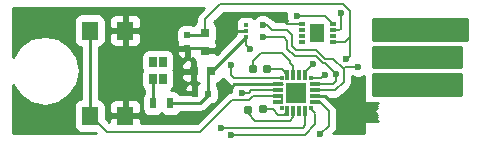
<source format=gtl>
G04 #@! TF.FileFunction,Copper,L1,Top,Signal*
%FSLAX46Y46*%
G04 Gerber Fmt 4.6, Leading zero omitted, Abs format (unit mm)*
G04 Created by KiCad (PCBNEW 4.0.1-stable) date 1/23/2016 7:52:43 PM*
%MOMM*%
G01*
G04 APERTURE LIST*
%ADD10C,0.100000*%
%ADD11R,0.500000X0.600000*%
%ADD12R,0.750000X0.800000*%
%ADD13R,0.600000X0.500000*%
%ADD14R,0.800000X0.750000*%
%ADD15R,0.300000X0.300000*%
%ADD16R,0.900000X0.300000*%
%ADD17R,0.300000X0.900000*%
%ADD18R,1.800000X1.800000*%
%ADD19R,0.500000X0.900000*%
%ADD20R,0.449580X0.299720*%
%ADD21R,0.650000X0.850000*%
%ADD22R,0.550000X0.300000*%
%ADD23R,1.300000X1.500000*%
%ADD24R,1.400000X1.600000*%
%ADD25C,0.780000*%
%ADD26C,0.600000*%
%ADD27C,0.250000*%
%ADD28C,0.200000*%
%ADD29C,0.160000*%
%ADD30C,0.254000*%
G04 APERTURE END LIST*
D10*
D11*
X50900000Y-33250000D03*
X50900000Y-34350000D03*
D12*
X52400000Y-33050000D03*
X52400000Y-34550000D03*
D13*
X52650000Y-38200000D03*
X51550000Y-38200000D03*
D14*
X51450000Y-36300000D03*
X52950000Y-36300000D03*
D15*
X61400000Y-36900000D03*
X61400000Y-39400000D03*
D16*
X61700000Y-38900000D03*
X61700000Y-38400000D03*
X61700000Y-37900000D03*
X61700000Y-37400000D03*
D17*
X60900000Y-36600000D03*
X60400000Y-36600000D03*
X59900000Y-36600000D03*
X59400000Y-36600000D03*
D15*
X58900000Y-36900000D03*
D16*
X58600000Y-37400000D03*
X58600000Y-37900000D03*
X58600000Y-38400000D03*
X58600000Y-38900000D03*
D15*
X58900000Y-39400000D03*
D17*
X59400000Y-39700000D03*
X59900000Y-39700000D03*
X60400000Y-39700000D03*
X60900000Y-39700000D03*
D18*
X60150000Y-38150000D03*
D19*
X49500000Y-39000000D03*
X48000000Y-39000000D03*
D20*
X55898960Y-32399620D03*
X55898960Y-33400380D03*
X57301040Y-32399620D03*
X55898960Y-32900000D03*
X57301040Y-33400380D03*
D21*
X48000000Y-35500000D03*
X48850000Y-35500000D03*
X48850000Y-36950000D03*
X48000000Y-36950000D03*
D22*
X60600000Y-33800000D03*
X60600000Y-33300000D03*
X60600000Y-32800000D03*
X60600000Y-32300000D03*
X63250000Y-33800000D03*
X63250000Y-33300000D03*
X63250000Y-32800000D03*
X63250000Y-32300000D03*
D23*
X61925000Y-33050000D03*
D24*
X42650000Y-40050000D03*
X42650000Y-32850000D03*
X45650000Y-32850000D03*
X45650000Y-40050000D03*
D25*
X56450000Y-36100000D03*
X57700000Y-36100000D03*
X57300000Y-39520000D03*
X56050000Y-39550000D03*
D26*
X67050000Y-32750000D03*
X56250000Y-34450000D03*
X61600000Y-35700000D03*
X63900000Y-31400000D03*
X54600000Y-35800000D03*
X60200000Y-31600000D03*
X55550000Y-38100000D03*
X64450000Y-40300000D03*
X54050000Y-37700000D03*
X64400000Y-35275000D03*
X62550000Y-36575000D03*
X54650000Y-41700000D03*
X48000000Y-35500000D03*
X48850000Y-35500000D03*
X62200000Y-41625000D03*
X63525000Y-36525000D03*
X67050000Y-37400000D03*
X57301040Y-33400380D03*
X67050000Y-35100000D03*
X65400000Y-35900000D03*
X57301040Y-32399620D03*
X48850000Y-36950000D03*
X53750000Y-41075000D03*
D27*
X67100000Y-40500000D02*
X65650000Y-40500000D01*
X66950000Y-40400000D02*
X65750000Y-40400000D01*
X67000000Y-40200000D02*
X65750000Y-40200000D01*
X67000000Y-40000000D02*
X65750000Y-40000000D01*
X66900000Y-39800000D02*
X65800000Y-39800000D01*
X66850000Y-39600000D02*
X65850000Y-39600000D01*
X67000000Y-39400000D02*
X65800000Y-39400000D01*
X66950000Y-39200000D02*
X65850000Y-39200000D01*
X67050000Y-39000000D02*
X65850000Y-39000000D01*
X52650000Y-38200000D02*
X52650000Y-38350000D01*
X52650000Y-38350000D02*
X52000000Y-39000000D01*
X52000000Y-39000000D02*
X49500000Y-39000000D01*
D28*
X55898960Y-34098960D02*
X55898960Y-33400380D01*
X56250000Y-34450000D02*
X55898960Y-34098960D01*
X60900000Y-36900000D02*
X60900000Y-36400000D01*
X60900000Y-36400000D02*
X61600000Y-35700000D01*
D27*
X52950000Y-36300000D02*
X53000000Y-36300000D01*
X53000000Y-36300000D02*
X55898960Y-33401040D01*
X55898960Y-33401040D02*
X55898960Y-33400380D01*
X55898580Y-33400000D02*
X55898960Y-33400380D01*
X52950000Y-36300000D02*
X52950000Y-36050000D01*
X52650000Y-38200000D02*
X52650000Y-36600000D01*
X52650000Y-36600000D02*
X52950000Y-36300000D01*
D28*
X54600000Y-36600000D02*
X54900000Y-36900000D01*
X63900000Y-31400000D02*
X63900000Y-32700000D01*
X63250000Y-32800000D02*
X63800000Y-32800000D01*
X63900000Y-32700000D02*
X63800000Y-32800000D01*
X54600000Y-36600000D02*
X54600000Y-35800000D01*
X57325000Y-36900000D02*
X58900000Y-36900000D01*
X54900000Y-36900000D02*
X57325000Y-36900000D01*
X55550000Y-38100000D02*
X56125000Y-38100000D01*
X60900000Y-31600000D02*
X60200000Y-31600000D01*
X56325000Y-37900000D02*
X58900000Y-37900000D01*
X56125000Y-38100000D02*
X56325000Y-37900000D01*
X60850000Y-31600000D02*
X60900000Y-31600000D01*
X60900000Y-31600000D02*
X62550000Y-31600000D01*
X62550000Y-31600000D02*
X63250000Y-32300000D01*
X60600000Y-32300000D02*
X59400000Y-32300000D01*
X59400000Y-32300000D02*
X59100000Y-32000000D01*
D27*
X55898960Y-32900000D02*
X54850000Y-32900000D01*
X54050000Y-37700000D02*
X54600000Y-37700000D01*
X62550000Y-38400000D02*
X64450000Y-40300000D01*
X61400000Y-38400000D02*
X62550000Y-38400000D01*
X54900000Y-37400000D02*
X58900000Y-37400000D01*
X54600000Y-37700000D02*
X54900000Y-37400000D01*
X50900000Y-34350000D02*
X52200000Y-34350000D01*
X52200000Y-34350000D02*
X52400000Y-34550000D01*
D28*
X52400000Y-34550000D02*
X52650000Y-34550000D01*
D27*
X52400000Y-34550000D02*
X52400000Y-34400000D01*
X51550000Y-36400000D02*
X51450000Y-36300000D01*
X52200000Y-34350000D02*
X52400000Y-34550000D01*
D28*
X61400000Y-36900000D02*
X62225000Y-36900000D01*
X64700000Y-34975000D02*
X64700000Y-33375000D01*
X64400000Y-35275000D02*
X64700000Y-34975000D01*
X62225000Y-36900000D02*
X62550000Y-36575000D01*
X64500000Y-33600000D02*
X64700000Y-33400000D01*
X64500000Y-33600000D02*
X64300000Y-33800000D01*
X63250000Y-33800000D02*
X64300000Y-33800000D01*
X52400000Y-31900000D02*
X52400000Y-33050000D01*
X53700000Y-30600000D02*
X61900000Y-30600000D01*
X52400000Y-31900000D02*
X53700000Y-30600000D01*
X61900000Y-30600000D02*
X64000000Y-30600000D01*
X64100000Y-30600000D02*
X64000000Y-30600000D01*
X64700000Y-31200000D02*
X64100000Y-30600000D01*
X64700000Y-33400000D02*
X64700000Y-33300000D01*
X64700000Y-33300000D02*
X64700000Y-31200000D01*
D27*
X50900000Y-33250000D02*
X52200000Y-33250000D01*
X52200000Y-33250000D02*
X52400000Y-33050000D01*
D29*
X61750000Y-39950000D02*
X61750000Y-40800000D01*
X61750000Y-40800000D02*
X60850000Y-41700000D01*
X60850000Y-41700000D02*
X54650000Y-41700000D01*
X61400000Y-39400000D02*
X61400000Y-39525000D01*
X61400000Y-39525000D02*
X61750000Y-39875000D01*
X62900000Y-39700000D02*
X62900000Y-40925000D01*
X62900000Y-40925000D02*
X62200000Y-41625000D01*
X61400000Y-38900000D02*
X62175000Y-38900000D01*
X62175000Y-38900000D02*
X62900000Y-39625000D01*
X62400000Y-35600000D02*
X62600000Y-35600000D01*
X61800000Y-35000000D02*
X62400000Y-35600000D01*
X57301040Y-33400380D02*
X59100380Y-33400380D01*
X60000000Y-35000000D02*
X61800000Y-35000000D01*
X59400000Y-34400000D02*
X60000000Y-35000000D01*
X59400000Y-33700000D02*
X59400000Y-34400000D01*
X59100380Y-33400380D02*
X59400000Y-33700000D01*
X62600000Y-35600000D02*
X63525000Y-36525000D01*
X61400000Y-37400000D02*
X63275000Y-37400000D01*
X63525000Y-36525000D02*
X63525000Y-37150000D01*
X63525000Y-37150000D02*
X63275000Y-37400000D01*
X64150000Y-36100000D02*
X64150000Y-36050000D01*
X64300000Y-35900000D02*
X65400000Y-35900000D01*
X64150000Y-36050000D02*
X64300000Y-35900000D01*
X63425000Y-37900000D02*
X64150000Y-37175000D01*
X64150000Y-36075000D02*
X64150000Y-36100000D01*
X64150000Y-36100000D02*
X64150000Y-37175000D01*
X63425000Y-37900000D02*
X61400000Y-37900000D01*
X62575000Y-35225000D02*
X63300000Y-35225000D01*
X57301040Y-32399620D02*
X57699620Y-32399620D01*
X60100000Y-34500000D02*
X61850000Y-34500000D01*
X59800000Y-34200000D02*
X60100000Y-34500000D01*
X59800000Y-33200000D02*
X59800000Y-34200000D01*
X59400000Y-32800000D02*
X59800000Y-33200000D01*
X58100000Y-32800000D02*
X59400000Y-32800000D01*
X57699620Y-32399620D02*
X58100000Y-32800000D01*
X61850000Y-34500000D02*
X62575000Y-35225000D01*
X63300000Y-35225000D02*
X64150000Y-36075000D01*
D27*
X42650000Y-32850000D02*
X42650000Y-40050000D01*
D29*
X44100000Y-41400000D02*
X52000000Y-41400000D01*
X42750000Y-40050000D02*
X44100000Y-41400000D01*
X56475000Y-38400000D02*
X58900000Y-38400000D01*
X56150000Y-38725000D02*
X56475000Y-38400000D01*
X54675000Y-38725000D02*
X56150000Y-38725000D01*
X52000000Y-41400000D02*
X54675000Y-38725000D01*
X58900000Y-38400000D02*
X58900000Y-38900000D01*
X42650000Y-40050000D02*
X42750000Y-40050000D01*
D27*
X48000000Y-39000000D02*
X48000000Y-36950000D01*
D29*
X56460000Y-36075000D02*
X56450000Y-35400000D01*
X59900000Y-35875000D02*
X59900000Y-36900000D01*
X59625000Y-35600000D02*
X59900000Y-35875000D01*
X59625000Y-35400000D02*
X59625000Y-35600000D01*
X58950000Y-34725000D02*
X59625000Y-35400000D01*
X57125000Y-34725000D02*
X58950000Y-34725000D01*
X56450000Y-35400000D02*
X57125000Y-34725000D01*
X57700000Y-36100000D02*
X58900000Y-36100000D01*
X58900000Y-36100000D02*
X59400000Y-36600000D01*
X59400000Y-36900000D02*
X59400000Y-36525000D01*
X59400000Y-36400000D02*
X59400000Y-36900000D01*
X60900000Y-40875000D02*
X60700000Y-41075000D01*
X60700000Y-41075000D02*
X53750000Y-41075000D01*
X60900000Y-40875000D02*
X60900000Y-39475000D01*
X57930000Y-39520000D02*
X58150000Y-39520000D01*
X57300000Y-39520000D02*
X57930000Y-39520000D01*
X59080000Y-39960000D02*
X59400000Y-39640000D01*
X58590000Y-39960000D02*
X59080000Y-39960000D01*
X58150000Y-39520000D02*
X58590000Y-39960000D01*
X59400000Y-39640000D02*
X59400000Y-39400000D01*
X59400000Y-39700000D02*
X59400000Y-39400000D01*
X56050000Y-39550000D02*
X56050000Y-39875000D01*
X56050000Y-39875000D02*
X56675000Y-40500000D01*
X56675000Y-40500000D02*
X59600000Y-40500000D01*
X59900000Y-39400000D02*
X59900000Y-40200000D01*
X59600000Y-40500000D02*
X59900000Y-40200000D01*
D30*
G36*
X74623000Y-33623000D02*
X66677000Y-33623000D01*
X66677000Y-31877000D01*
X74623000Y-31877000D01*
X74623000Y-33623000D01*
X74623000Y-33623000D01*
G37*
X74623000Y-33623000D02*
X66677000Y-33623000D01*
X66677000Y-31877000D01*
X74623000Y-31877000D01*
X74623000Y-33623000D01*
G36*
X74123000Y-35973000D02*
X66677000Y-35973000D01*
X66677000Y-34227000D01*
X74123000Y-34227000D01*
X74123000Y-35973000D01*
X74123000Y-35973000D01*
G37*
X74123000Y-35973000D02*
X66677000Y-35973000D01*
X66677000Y-34227000D01*
X74123000Y-34227000D01*
X74123000Y-35973000D01*
G36*
X74123000Y-38273000D02*
X66677000Y-38273000D01*
X66677000Y-36527000D01*
X74123000Y-36527000D01*
X74123000Y-38273000D01*
X74123000Y-38273000D01*
G37*
X74123000Y-38273000D02*
X66677000Y-38273000D01*
X66677000Y-36527000D01*
X74123000Y-36527000D01*
X74123000Y-38273000D01*
G36*
X64869673Y-36692192D02*
X65213201Y-36834838D01*
X65585167Y-36835162D01*
X65873000Y-36716232D01*
X65873000Y-41540000D01*
X63296163Y-41540000D01*
X63405581Y-41430582D01*
X63560574Y-41198619D01*
X63566332Y-41169673D01*
X63615000Y-40925000D01*
X63615000Y-39700000D01*
X63607541Y-39662500D01*
X63615000Y-39625000D01*
X63560574Y-39351382D01*
X63405581Y-39119419D01*
X62901162Y-38615000D01*
X63425000Y-38615000D01*
X63698619Y-38560574D01*
X63930581Y-38405581D01*
X64655581Y-37680581D01*
X64660233Y-37673619D01*
X64810574Y-37448619D01*
X64865000Y-37175000D01*
X64865000Y-36687511D01*
X64869673Y-36692192D01*
X64869673Y-36692192D01*
G37*
X64869673Y-36692192D02*
X65213201Y-36834838D01*
X65585167Y-36835162D01*
X65873000Y-36716232D01*
X65873000Y-41540000D01*
X63296163Y-41540000D01*
X63405581Y-41430582D01*
X63560574Y-41198619D01*
X63566332Y-41169673D01*
X63615000Y-40925000D01*
X63615000Y-39700000D01*
X63607541Y-39662500D01*
X63615000Y-39625000D01*
X63560574Y-39351382D01*
X63405581Y-39119419D01*
X62901162Y-38615000D01*
X63425000Y-38615000D01*
X63698619Y-38560574D01*
X63930581Y-38405581D01*
X64655581Y-37680581D01*
X64660233Y-37673619D01*
X64810574Y-37448619D01*
X64865000Y-37175000D01*
X64865000Y-36687511D01*
X64869673Y-36692192D01*
G36*
X51880277Y-31380277D02*
X51720949Y-31618728D01*
X51665000Y-31900000D01*
X51665000Y-32127069D01*
X51573559Y-32185910D01*
X51440825Y-32380172D01*
X51401890Y-32353569D01*
X51150000Y-32302560D01*
X50650000Y-32302560D01*
X50414683Y-32346838D01*
X50198559Y-32485910D01*
X50053569Y-32698110D01*
X50002560Y-32950000D01*
X50002560Y-33550000D01*
X50046838Y-33785317D01*
X50062339Y-33809406D01*
X50015000Y-33923691D01*
X50015000Y-34064250D01*
X50173750Y-34223000D01*
X50775000Y-34223000D01*
X50775000Y-34203000D01*
X51025000Y-34203000D01*
X51025000Y-34223000D01*
X51047000Y-34223000D01*
X51047000Y-34477000D01*
X51025000Y-34477000D01*
X51025000Y-35126250D01*
X51183750Y-35285000D01*
X51276310Y-35285000D01*
X51447134Y-35214242D01*
X51486673Y-35309698D01*
X51601362Y-35424388D01*
X51577000Y-35448750D01*
X51577000Y-36173000D01*
X51597000Y-36173000D01*
X51597000Y-36427000D01*
X51577000Y-36427000D01*
X51577000Y-37151250D01*
X51735750Y-37310000D01*
X51890000Y-37310000D01*
X51890000Y-37315000D01*
X51835750Y-37315000D01*
X51677000Y-37473750D01*
X51677000Y-38075000D01*
X51697000Y-38075000D01*
X51697000Y-38228198D01*
X51685198Y-38240000D01*
X50305105Y-38240000D01*
X50214090Y-38098559D01*
X50001890Y-37953569D01*
X49750000Y-37902560D01*
X49527806Y-37902560D01*
X49626441Y-37839090D01*
X49636963Y-37823690D01*
X50615000Y-37823690D01*
X50615000Y-37916250D01*
X50773750Y-38075000D01*
X51423000Y-38075000D01*
X51423000Y-37473750D01*
X51264250Y-37315000D01*
X51123691Y-37315000D01*
X50890302Y-37411673D01*
X50711673Y-37590301D01*
X50615000Y-37823690D01*
X49636963Y-37823690D01*
X49771431Y-37626890D01*
X49822440Y-37375000D01*
X49822440Y-36585750D01*
X50415000Y-36585750D01*
X50415000Y-36801310D01*
X50511673Y-37034699D01*
X50690302Y-37213327D01*
X50923691Y-37310000D01*
X51164250Y-37310000D01*
X51323000Y-37151250D01*
X51323000Y-36427000D01*
X50573750Y-36427000D01*
X50415000Y-36585750D01*
X49822440Y-36585750D01*
X49822440Y-36525000D01*
X49778162Y-36289683D01*
X49737519Y-36226522D01*
X49771431Y-36176890D01*
X49822440Y-35925000D01*
X49822440Y-35798690D01*
X50415000Y-35798690D01*
X50415000Y-36014250D01*
X50573750Y-36173000D01*
X51323000Y-36173000D01*
X51323000Y-35448750D01*
X51164250Y-35290000D01*
X50923691Y-35290000D01*
X50690302Y-35386673D01*
X50511673Y-35565301D01*
X50415000Y-35798690D01*
X49822440Y-35798690D01*
X49822440Y-35075000D01*
X49778162Y-34839683D01*
X49646935Y-34635750D01*
X50015000Y-34635750D01*
X50015000Y-34776309D01*
X50111673Y-35009698D01*
X50290301Y-35188327D01*
X50523690Y-35285000D01*
X50616250Y-35285000D01*
X50775000Y-35126250D01*
X50775000Y-34477000D01*
X50173750Y-34477000D01*
X50015000Y-34635750D01*
X49646935Y-34635750D01*
X49639090Y-34623559D01*
X49426890Y-34478569D01*
X49175000Y-34427560D01*
X48525000Y-34427560D01*
X48421329Y-34447067D01*
X48325000Y-34427560D01*
X47675000Y-34427560D01*
X47439683Y-34471838D01*
X47223559Y-34610910D01*
X47078569Y-34823110D01*
X47027560Y-35075000D01*
X47027560Y-35925000D01*
X47071838Y-36160317D01*
X47112481Y-36223478D01*
X47078569Y-36273110D01*
X47027560Y-36525000D01*
X47027560Y-37375000D01*
X47071838Y-37610317D01*
X47210910Y-37826441D01*
X47240000Y-37846317D01*
X47240000Y-38171614D01*
X47153569Y-38298110D01*
X47102560Y-38550000D01*
X47102560Y-39450000D01*
X47146838Y-39685317D01*
X47285910Y-39901441D01*
X47498110Y-40046431D01*
X47750000Y-40097440D01*
X48250000Y-40097440D01*
X48485317Y-40053162D01*
X48701441Y-39914090D01*
X48749134Y-39844289D01*
X48785910Y-39901441D01*
X48998110Y-40046431D01*
X49250000Y-40097440D01*
X49750000Y-40097440D01*
X49985317Y-40053162D01*
X50201441Y-39914090D01*
X50306726Y-39760000D01*
X52000000Y-39760000D01*
X52290839Y-39702148D01*
X52537401Y-39537401D01*
X52983704Y-39091098D01*
X53185317Y-39053162D01*
X53401441Y-38914090D01*
X53546431Y-38701890D01*
X53597440Y-38450000D01*
X53597440Y-37950000D01*
X53553162Y-37714683D01*
X53414090Y-37498559D01*
X53410000Y-37495764D01*
X53410000Y-37311150D01*
X53585317Y-37278162D01*
X53801441Y-37139090D01*
X53946431Y-36926890D01*
X53947594Y-36921149D01*
X54080277Y-37119723D01*
X54380276Y-37419723D01*
X54575250Y-37550000D01*
X54618728Y-37579051D01*
X54743600Y-37603890D01*
X54615162Y-37913201D01*
X54615067Y-38021921D01*
X54401381Y-38064426D01*
X54169418Y-38219419D01*
X51703838Y-40685000D01*
X46985000Y-40685000D01*
X46985000Y-40335750D01*
X46826250Y-40177000D01*
X45777000Y-40177000D01*
X45777000Y-40197000D01*
X45523000Y-40197000D01*
X45523000Y-40177000D01*
X44473750Y-40177000D01*
X44315000Y-40335750D01*
X44315000Y-40603837D01*
X43997440Y-40286277D01*
X43997440Y-39250000D01*
X43973674Y-39123691D01*
X44315000Y-39123691D01*
X44315000Y-39764250D01*
X44473750Y-39923000D01*
X45523000Y-39923000D01*
X45523000Y-38773750D01*
X45777000Y-38773750D01*
X45777000Y-39923000D01*
X46826250Y-39923000D01*
X46985000Y-39764250D01*
X46985000Y-39123691D01*
X46888327Y-38890302D01*
X46709699Y-38711673D01*
X46476310Y-38615000D01*
X45935750Y-38615000D01*
X45777000Y-38773750D01*
X45523000Y-38773750D01*
X45364250Y-38615000D01*
X44823690Y-38615000D01*
X44590301Y-38711673D01*
X44411673Y-38890302D01*
X44315000Y-39123691D01*
X43973674Y-39123691D01*
X43953162Y-39014683D01*
X43814090Y-38798559D01*
X43601890Y-38653569D01*
X43410000Y-38614710D01*
X43410000Y-34286150D01*
X43585317Y-34253162D01*
X43801441Y-34114090D01*
X43946431Y-33901890D01*
X43997440Y-33650000D01*
X43997440Y-33135750D01*
X44315000Y-33135750D01*
X44315000Y-33776309D01*
X44411673Y-34009698D01*
X44590301Y-34188327D01*
X44823690Y-34285000D01*
X45364250Y-34285000D01*
X45523000Y-34126250D01*
X45523000Y-32977000D01*
X45777000Y-32977000D01*
X45777000Y-34126250D01*
X45935750Y-34285000D01*
X46476310Y-34285000D01*
X46709699Y-34188327D01*
X46888327Y-34009698D01*
X46985000Y-33776309D01*
X46985000Y-33135750D01*
X46826250Y-32977000D01*
X45777000Y-32977000D01*
X45523000Y-32977000D01*
X44473750Y-32977000D01*
X44315000Y-33135750D01*
X43997440Y-33135750D01*
X43997440Y-32050000D01*
X43973674Y-31923691D01*
X44315000Y-31923691D01*
X44315000Y-32564250D01*
X44473750Y-32723000D01*
X45523000Y-32723000D01*
X45523000Y-31573750D01*
X45777000Y-31573750D01*
X45777000Y-32723000D01*
X46826250Y-32723000D01*
X46985000Y-32564250D01*
X46985000Y-31923691D01*
X46888327Y-31690302D01*
X46709699Y-31511673D01*
X46476310Y-31415000D01*
X45935750Y-31415000D01*
X45777000Y-31573750D01*
X45523000Y-31573750D01*
X45364250Y-31415000D01*
X44823690Y-31415000D01*
X44590301Y-31511673D01*
X44411673Y-31690302D01*
X44315000Y-31923691D01*
X43973674Y-31923691D01*
X43953162Y-31814683D01*
X43814090Y-31598559D01*
X43601890Y-31453569D01*
X43350000Y-31402560D01*
X41950000Y-31402560D01*
X41714683Y-31446838D01*
X41498559Y-31585910D01*
X41353569Y-31798110D01*
X41302560Y-32050000D01*
X41302560Y-33650000D01*
X41346838Y-33885317D01*
X41485910Y-34101441D01*
X41698110Y-34246431D01*
X41890000Y-34285290D01*
X41890000Y-38613850D01*
X41714683Y-38646838D01*
X41498559Y-38785910D01*
X41353569Y-38998110D01*
X41302560Y-39250000D01*
X41302560Y-40850000D01*
X41346838Y-41085317D01*
X41485910Y-41301441D01*
X41698110Y-41446431D01*
X41950000Y-41497440D01*
X43186277Y-41497440D01*
X43228837Y-41540000D01*
X36160000Y-41540000D01*
X36160000Y-37449616D01*
X36756964Y-38343036D01*
X37717257Y-38984683D01*
X38850000Y-39210000D01*
X39982743Y-38984683D01*
X40943036Y-38343036D01*
X41584683Y-37382743D01*
X41810000Y-36250000D01*
X41584683Y-35117257D01*
X40943036Y-34156964D01*
X39982743Y-33515317D01*
X38850000Y-33290000D01*
X37717257Y-33515317D01*
X36756964Y-34156964D01*
X36160000Y-35050384D01*
X36160000Y-30960000D01*
X52300554Y-30960000D01*
X51880277Y-31380277D01*
X51880277Y-31380277D01*
G37*
X51880277Y-31380277D02*
X51720949Y-31618728D01*
X51665000Y-31900000D01*
X51665000Y-32127069D01*
X51573559Y-32185910D01*
X51440825Y-32380172D01*
X51401890Y-32353569D01*
X51150000Y-32302560D01*
X50650000Y-32302560D01*
X50414683Y-32346838D01*
X50198559Y-32485910D01*
X50053569Y-32698110D01*
X50002560Y-32950000D01*
X50002560Y-33550000D01*
X50046838Y-33785317D01*
X50062339Y-33809406D01*
X50015000Y-33923691D01*
X50015000Y-34064250D01*
X50173750Y-34223000D01*
X50775000Y-34223000D01*
X50775000Y-34203000D01*
X51025000Y-34203000D01*
X51025000Y-34223000D01*
X51047000Y-34223000D01*
X51047000Y-34477000D01*
X51025000Y-34477000D01*
X51025000Y-35126250D01*
X51183750Y-35285000D01*
X51276310Y-35285000D01*
X51447134Y-35214242D01*
X51486673Y-35309698D01*
X51601362Y-35424388D01*
X51577000Y-35448750D01*
X51577000Y-36173000D01*
X51597000Y-36173000D01*
X51597000Y-36427000D01*
X51577000Y-36427000D01*
X51577000Y-37151250D01*
X51735750Y-37310000D01*
X51890000Y-37310000D01*
X51890000Y-37315000D01*
X51835750Y-37315000D01*
X51677000Y-37473750D01*
X51677000Y-38075000D01*
X51697000Y-38075000D01*
X51697000Y-38228198D01*
X51685198Y-38240000D01*
X50305105Y-38240000D01*
X50214090Y-38098559D01*
X50001890Y-37953569D01*
X49750000Y-37902560D01*
X49527806Y-37902560D01*
X49626441Y-37839090D01*
X49636963Y-37823690D01*
X50615000Y-37823690D01*
X50615000Y-37916250D01*
X50773750Y-38075000D01*
X51423000Y-38075000D01*
X51423000Y-37473750D01*
X51264250Y-37315000D01*
X51123691Y-37315000D01*
X50890302Y-37411673D01*
X50711673Y-37590301D01*
X50615000Y-37823690D01*
X49636963Y-37823690D01*
X49771431Y-37626890D01*
X49822440Y-37375000D01*
X49822440Y-36585750D01*
X50415000Y-36585750D01*
X50415000Y-36801310D01*
X50511673Y-37034699D01*
X50690302Y-37213327D01*
X50923691Y-37310000D01*
X51164250Y-37310000D01*
X51323000Y-37151250D01*
X51323000Y-36427000D01*
X50573750Y-36427000D01*
X50415000Y-36585750D01*
X49822440Y-36585750D01*
X49822440Y-36525000D01*
X49778162Y-36289683D01*
X49737519Y-36226522D01*
X49771431Y-36176890D01*
X49822440Y-35925000D01*
X49822440Y-35798690D01*
X50415000Y-35798690D01*
X50415000Y-36014250D01*
X50573750Y-36173000D01*
X51323000Y-36173000D01*
X51323000Y-35448750D01*
X51164250Y-35290000D01*
X50923691Y-35290000D01*
X50690302Y-35386673D01*
X50511673Y-35565301D01*
X50415000Y-35798690D01*
X49822440Y-35798690D01*
X49822440Y-35075000D01*
X49778162Y-34839683D01*
X49646935Y-34635750D01*
X50015000Y-34635750D01*
X50015000Y-34776309D01*
X50111673Y-35009698D01*
X50290301Y-35188327D01*
X50523690Y-35285000D01*
X50616250Y-35285000D01*
X50775000Y-35126250D01*
X50775000Y-34477000D01*
X50173750Y-34477000D01*
X50015000Y-34635750D01*
X49646935Y-34635750D01*
X49639090Y-34623559D01*
X49426890Y-34478569D01*
X49175000Y-34427560D01*
X48525000Y-34427560D01*
X48421329Y-34447067D01*
X48325000Y-34427560D01*
X47675000Y-34427560D01*
X47439683Y-34471838D01*
X47223559Y-34610910D01*
X47078569Y-34823110D01*
X47027560Y-35075000D01*
X47027560Y-35925000D01*
X47071838Y-36160317D01*
X47112481Y-36223478D01*
X47078569Y-36273110D01*
X47027560Y-36525000D01*
X47027560Y-37375000D01*
X47071838Y-37610317D01*
X47210910Y-37826441D01*
X47240000Y-37846317D01*
X47240000Y-38171614D01*
X47153569Y-38298110D01*
X47102560Y-38550000D01*
X47102560Y-39450000D01*
X47146838Y-39685317D01*
X47285910Y-39901441D01*
X47498110Y-40046431D01*
X47750000Y-40097440D01*
X48250000Y-40097440D01*
X48485317Y-40053162D01*
X48701441Y-39914090D01*
X48749134Y-39844289D01*
X48785910Y-39901441D01*
X48998110Y-40046431D01*
X49250000Y-40097440D01*
X49750000Y-40097440D01*
X49985317Y-40053162D01*
X50201441Y-39914090D01*
X50306726Y-39760000D01*
X52000000Y-39760000D01*
X52290839Y-39702148D01*
X52537401Y-39537401D01*
X52983704Y-39091098D01*
X53185317Y-39053162D01*
X53401441Y-38914090D01*
X53546431Y-38701890D01*
X53597440Y-38450000D01*
X53597440Y-37950000D01*
X53553162Y-37714683D01*
X53414090Y-37498559D01*
X53410000Y-37495764D01*
X53410000Y-37311150D01*
X53585317Y-37278162D01*
X53801441Y-37139090D01*
X53946431Y-36926890D01*
X53947594Y-36921149D01*
X54080277Y-37119723D01*
X54380276Y-37419723D01*
X54575250Y-37550000D01*
X54618728Y-37579051D01*
X54743600Y-37603890D01*
X54615162Y-37913201D01*
X54615067Y-38021921D01*
X54401381Y-38064426D01*
X54169418Y-38219419D01*
X51703838Y-40685000D01*
X46985000Y-40685000D01*
X46985000Y-40335750D01*
X46826250Y-40177000D01*
X45777000Y-40177000D01*
X45777000Y-40197000D01*
X45523000Y-40197000D01*
X45523000Y-40177000D01*
X44473750Y-40177000D01*
X44315000Y-40335750D01*
X44315000Y-40603837D01*
X43997440Y-40286277D01*
X43997440Y-39250000D01*
X43973674Y-39123691D01*
X44315000Y-39123691D01*
X44315000Y-39764250D01*
X44473750Y-39923000D01*
X45523000Y-39923000D01*
X45523000Y-38773750D01*
X45777000Y-38773750D01*
X45777000Y-39923000D01*
X46826250Y-39923000D01*
X46985000Y-39764250D01*
X46985000Y-39123691D01*
X46888327Y-38890302D01*
X46709699Y-38711673D01*
X46476310Y-38615000D01*
X45935750Y-38615000D01*
X45777000Y-38773750D01*
X45523000Y-38773750D01*
X45364250Y-38615000D01*
X44823690Y-38615000D01*
X44590301Y-38711673D01*
X44411673Y-38890302D01*
X44315000Y-39123691D01*
X43973674Y-39123691D01*
X43953162Y-39014683D01*
X43814090Y-38798559D01*
X43601890Y-38653569D01*
X43410000Y-38614710D01*
X43410000Y-34286150D01*
X43585317Y-34253162D01*
X43801441Y-34114090D01*
X43946431Y-33901890D01*
X43997440Y-33650000D01*
X43997440Y-33135750D01*
X44315000Y-33135750D01*
X44315000Y-33776309D01*
X44411673Y-34009698D01*
X44590301Y-34188327D01*
X44823690Y-34285000D01*
X45364250Y-34285000D01*
X45523000Y-34126250D01*
X45523000Y-32977000D01*
X45777000Y-32977000D01*
X45777000Y-34126250D01*
X45935750Y-34285000D01*
X46476310Y-34285000D01*
X46709699Y-34188327D01*
X46888327Y-34009698D01*
X46985000Y-33776309D01*
X46985000Y-33135750D01*
X46826250Y-32977000D01*
X45777000Y-32977000D01*
X45523000Y-32977000D01*
X44473750Y-32977000D01*
X44315000Y-33135750D01*
X43997440Y-33135750D01*
X43997440Y-32050000D01*
X43973674Y-31923691D01*
X44315000Y-31923691D01*
X44315000Y-32564250D01*
X44473750Y-32723000D01*
X45523000Y-32723000D01*
X45523000Y-31573750D01*
X45777000Y-31573750D01*
X45777000Y-32723000D01*
X46826250Y-32723000D01*
X46985000Y-32564250D01*
X46985000Y-31923691D01*
X46888327Y-31690302D01*
X46709699Y-31511673D01*
X46476310Y-31415000D01*
X45935750Y-31415000D01*
X45777000Y-31573750D01*
X45523000Y-31573750D01*
X45364250Y-31415000D01*
X44823690Y-31415000D01*
X44590301Y-31511673D01*
X44411673Y-31690302D01*
X44315000Y-31923691D01*
X43973674Y-31923691D01*
X43953162Y-31814683D01*
X43814090Y-31598559D01*
X43601890Y-31453569D01*
X43350000Y-31402560D01*
X41950000Y-31402560D01*
X41714683Y-31446838D01*
X41498559Y-31585910D01*
X41353569Y-31798110D01*
X41302560Y-32050000D01*
X41302560Y-33650000D01*
X41346838Y-33885317D01*
X41485910Y-34101441D01*
X41698110Y-34246431D01*
X41890000Y-34285290D01*
X41890000Y-38613850D01*
X41714683Y-38646838D01*
X41498559Y-38785910D01*
X41353569Y-38998110D01*
X41302560Y-39250000D01*
X41302560Y-40850000D01*
X41346838Y-41085317D01*
X41485910Y-41301441D01*
X41698110Y-41446431D01*
X41950000Y-41497440D01*
X43186277Y-41497440D01*
X43228837Y-41540000D01*
X36160000Y-41540000D01*
X36160000Y-37449616D01*
X36756964Y-38343036D01*
X37717257Y-38984683D01*
X38850000Y-39210000D01*
X39982743Y-38984683D01*
X40943036Y-38343036D01*
X41584683Y-37382743D01*
X41810000Y-36250000D01*
X41584683Y-35117257D01*
X40943036Y-34156964D01*
X39982743Y-33515317D01*
X38850000Y-33290000D01*
X37717257Y-33515317D01*
X36756964Y-34156964D01*
X36160000Y-35050384D01*
X36160000Y-30960000D01*
X52300554Y-30960000D01*
X51880277Y-31380277D01*
G36*
X59265162Y-31413201D02*
X59264838Y-31785167D01*
X59388726Y-32085000D01*
X58396162Y-32085000D01*
X58205201Y-31894039D01*
X57973239Y-31739046D01*
X57960158Y-31736444D01*
X57831367Y-31607428D01*
X57487839Y-31464782D01*
X57115873Y-31464458D01*
X56772097Y-31606503D01*
X56583154Y-31795117D01*
X56375640Y-31653329D01*
X56123750Y-31602320D01*
X55674170Y-31602320D01*
X55438853Y-31646598D01*
X55222729Y-31785670D01*
X55077739Y-31997870D01*
X55026730Y-32249760D01*
X55026730Y-32549480D01*
X55040236Y-32621257D01*
X55039170Y-32623830D01*
X55039170Y-32666320D01*
X55050927Y-32678077D01*
X55071008Y-32784797D01*
X55145135Y-32899993D01*
X55077739Y-32998630D01*
X55053240Y-33119610D01*
X55039170Y-33133680D01*
X55039170Y-33176170D01*
X55040927Y-33180412D01*
X55039947Y-33185251D01*
X53399724Y-34825474D01*
X53251250Y-34677000D01*
X52527000Y-34677000D01*
X52527000Y-34697000D01*
X52273000Y-34697000D01*
X52273000Y-34677000D01*
X52253000Y-34677000D01*
X52253000Y-34423000D01*
X52273000Y-34423000D01*
X52273000Y-34403000D01*
X52527000Y-34403000D01*
X52527000Y-34423000D01*
X53251250Y-34423000D01*
X53410000Y-34264250D01*
X53410000Y-34023691D01*
X53313327Y-33790302D01*
X53311957Y-33788932D01*
X53371431Y-33701890D01*
X53422440Y-33450000D01*
X53422440Y-32650000D01*
X53378162Y-32414683D01*
X53239090Y-32198559D01*
X53180750Y-32158697D01*
X54004447Y-31335000D01*
X59297634Y-31335000D01*
X59265162Y-31413201D01*
X59265162Y-31413201D01*
G37*
X59265162Y-31413201D02*
X59264838Y-31785167D01*
X59388726Y-32085000D01*
X58396162Y-32085000D01*
X58205201Y-31894039D01*
X57973239Y-31739046D01*
X57960158Y-31736444D01*
X57831367Y-31607428D01*
X57487839Y-31464782D01*
X57115873Y-31464458D01*
X56772097Y-31606503D01*
X56583154Y-31795117D01*
X56375640Y-31653329D01*
X56123750Y-31602320D01*
X55674170Y-31602320D01*
X55438853Y-31646598D01*
X55222729Y-31785670D01*
X55077739Y-31997870D01*
X55026730Y-32249760D01*
X55026730Y-32549480D01*
X55040236Y-32621257D01*
X55039170Y-32623830D01*
X55039170Y-32666320D01*
X55050927Y-32678077D01*
X55071008Y-32784797D01*
X55145135Y-32899993D01*
X55077739Y-32998630D01*
X55053240Y-33119610D01*
X55039170Y-33133680D01*
X55039170Y-33176170D01*
X55040927Y-33180412D01*
X55039947Y-33185251D01*
X53399724Y-34825474D01*
X53251250Y-34677000D01*
X52527000Y-34677000D01*
X52527000Y-34697000D01*
X52273000Y-34697000D01*
X52273000Y-34677000D01*
X52253000Y-34677000D01*
X52253000Y-34423000D01*
X52273000Y-34423000D01*
X52273000Y-34403000D01*
X52527000Y-34403000D01*
X52527000Y-34423000D01*
X53251250Y-34423000D01*
X53410000Y-34264250D01*
X53410000Y-34023691D01*
X53313327Y-33790302D01*
X53311957Y-33788932D01*
X53371431Y-33701890D01*
X53422440Y-33450000D01*
X53422440Y-32650000D01*
X53378162Y-32414683D01*
X53239090Y-32198559D01*
X53180750Y-32158697D01*
X54004447Y-31335000D01*
X59297634Y-31335000D01*
X59265162Y-31413201D01*
M02*

</source>
